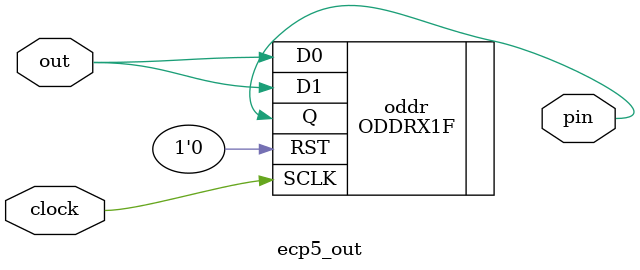
<source format=v>

module ecp5_out(
  input   clock,
  output  pin,
  input   out
);
/*
  reg rout;
  always @(posedge clock) begin
    rout <= out;
  end
  assign pin = rout;
*/

//OFS1P3BX out_ff(.D(out), .Q(pin), .SCLK(clock), .PD(1'b0), .SP(1'b0));

ODDRX1F oddr
      (
        .Q(pin),
        .D0(out),
        .D1(out),
        .SCLK(clock),
        .RST(1'b0)
      );

endmodule

</source>
